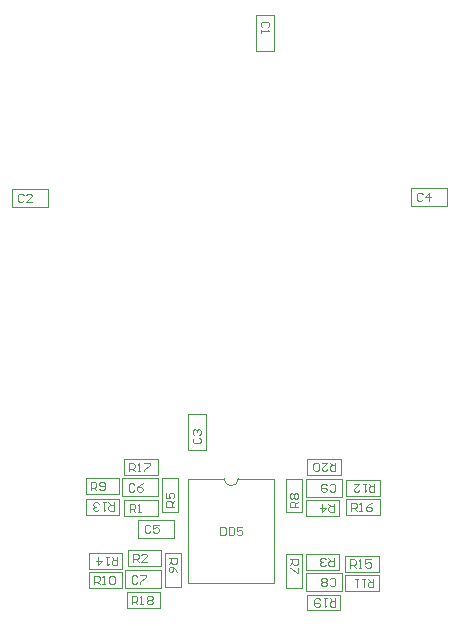
<source format=gbr>
%TF.GenerationSoftware,Altium Limited,Altium Designer,21.6.4 (81)*%
G04 Layer_Color=32768*
%FSLAX43Y43*%
%MOMM*%
%TF.SameCoordinates,7E1728C7-8053-4159-852C-9F5DCDCDAABE*%
%TF.FilePolarity,Positive*%
%TF.FileFunction,Other,Top_Assembly*%
%TF.Part,Single*%
G01*
G75*
%TA.AperFunction,NonConductor*%
%ADD31C,0.100*%
D31*
X-470Y-20740D02*
G03*
X730Y-20740I600J0D01*
G01*
X-8950Y-20455D02*
X-6100D01*
X-8950Y-19105D02*
X-6100D01*
Y-20455D02*
Y-19105D01*
X-8950Y-20455D02*
Y-19105D01*
X-8735Y-31705D02*
X-5885D01*
X-8735Y-30355D02*
X-5885D01*
Y-31705D02*
Y-30355D01*
X-8735Y-31705D02*
Y-30355D01*
X6525Y-30555D02*
X9375D01*
X6525Y-31905D02*
X9375D01*
X6525D02*
Y-30555D01*
X9375Y-31905D02*
Y-30555D01*
X6555Y-19055D02*
X9405D01*
X6555Y-20405D02*
X9405D01*
X6555D02*
Y-19055D01*
X9405Y-20405D02*
Y-19055D01*
X-12200Y-22060D02*
X-9350D01*
X-12200Y-20710D02*
X-9350D01*
Y-22060D02*
Y-20710D01*
X-12200Y-22060D02*
Y-20710D01*
X-9084Y-22252D02*
X-6036D01*
X-9084Y-20728D02*
X-6036D01*
Y-22252D02*
Y-20728D01*
X-9084Y-22252D02*
Y-20728D01*
X-4365Y-23560D02*
Y-20710D01*
X-5715Y-23560D02*
Y-20710D01*
X-4365D01*
X-5715Y-23560D02*
X-4365D01*
X-8625Y-28120D02*
X-5775D01*
X-8625Y-26770D02*
X-5775D01*
Y-28120D02*
Y-26770D01*
X-8625Y-28120D02*
Y-26770D01*
X-11935Y-27030D02*
X-9085D01*
X-11935Y-28380D02*
X-9085D01*
X-11935D02*
Y-27030D01*
X-9085Y-28380D02*
Y-27030D01*
X-11935Y-30015D02*
X-9085D01*
X-11935Y-28665D02*
X-9085D01*
Y-30015D02*
Y-28665D01*
X-11935Y-30015D02*
Y-28665D01*
X-8834Y-30042D02*
X-5786D01*
X-8834Y-28518D02*
X-5786D01*
Y-30042D02*
Y-28518D01*
X-8834Y-30042D02*
Y-28518D01*
X-5500Y-29895D02*
Y-27045D01*
X-4150Y-29895D02*
Y-27045D01*
X-5500Y-29895D02*
X-4150D01*
X-5500Y-27045D02*
X-4150D01*
X-12200Y-22435D02*
X-9350D01*
X-12200Y-23785D02*
X-9350D01*
X-12200D02*
Y-22435D01*
X-9350Y-23785D02*
Y-22435D01*
X-8910Y-23910D02*
X-6060D01*
X-8910Y-22560D02*
X-6060D01*
Y-23910D02*
Y-22560D01*
X-8910Y-23910D02*
Y-22560D01*
X-7734Y-25742D02*
X-4686D01*
X-7734Y-24218D02*
X-4686D01*
Y-25742D02*
Y-24218D01*
X-7734Y-25742D02*
Y-24218D01*
X9755Y-28605D02*
X12605D01*
X9755Y-27255D02*
X12605D01*
Y-28605D02*
Y-27255D01*
X9755Y-28605D02*
Y-27255D01*
X9755Y-28910D02*
X12605D01*
X9755Y-30260D02*
X12605D01*
X9755D02*
Y-28910D01*
X12605Y-30260D02*
Y-28910D01*
X6430Y-27120D02*
X9280D01*
X6430Y-28470D02*
X9280D01*
X6430D02*
Y-27120D01*
X9280Y-28470D02*
Y-27120D01*
X4755Y-29970D02*
Y-27120D01*
X6105Y-29970D02*
Y-27120D01*
X4755Y-29970D02*
X6105D01*
X4755Y-27120D02*
X6105D01*
X6426Y-28738D02*
X9474D01*
X6426Y-30262D02*
X9474D01*
X6426D02*
Y-28738D01*
X9474Y-30262D02*
Y-28738D01*
X9835Y-23820D02*
X12685D01*
X9835Y-22470D02*
X12685D01*
Y-23820D02*
Y-22470D01*
X9835Y-23820D02*
Y-22470D01*
X6105Y-23595D02*
Y-20745D01*
X4755Y-23595D02*
Y-20745D01*
X6105D01*
X4755Y-23595D02*
X6105D01*
X9835Y-20835D02*
X12685D01*
X9835Y-22185D02*
X12685D01*
X9835D02*
Y-20835D01*
X12685Y-22185D02*
Y-20835D01*
X6426Y-20748D02*
X9474D01*
X6426Y-22272D02*
X9474D01*
X6426D02*
Y-20748D01*
X9474Y-22272D02*
Y-20748D01*
X6430Y-22525D02*
X9280D01*
X6430Y-23875D02*
X9280D01*
X6430D02*
Y-22525D01*
X9280Y-23875D02*
Y-22525D01*
X-3520Y-20740D02*
X-470D01*
X730D02*
X3780D01*
X-3520Y-29590D02*
X-1645D01*
X-3520D02*
Y-20740D01*
X3780Y-29590D02*
Y-20740D01*
X-1645Y-29590D02*
X3730D01*
X-18474Y2288D02*
X-15426D01*
X-18474Y3812D02*
X-15426D01*
Y2288D02*
Y3812D01*
X-18474Y2288D02*
Y3812D01*
X-2036Y-18292D02*
Y-15244D01*
X-3560Y-18292D02*
Y-15244D01*
X-2036D01*
X-3560Y-18292D02*
X-2036D01*
X2238Y15446D02*
Y18494D01*
X3762Y15446D02*
Y18494D01*
X2238Y15446D02*
X3762D01*
X2238Y18494D02*
X3762D01*
X15316Y2368D02*
X18364D01*
X15316Y3892D02*
X18364D01*
Y2368D02*
Y3892D01*
X15316Y2368D02*
Y3892D01*
X-8500Y-20130D02*
Y-19430D01*
X-8150D01*
X-8033Y-19547D01*
Y-19780D01*
X-8150Y-19897D01*
X-8500D01*
X-8267D02*
X-8033Y-20130D01*
X-7800D02*
X-7567D01*
X-7684D01*
Y-19430D01*
X-7800Y-19547D01*
X-7217Y-19430D02*
X-6751D01*
Y-19547D01*
X-7217Y-20013D01*
Y-20130D01*
X-8285Y-31380D02*
Y-30680D01*
X-7935D01*
X-7818Y-30797D01*
Y-31030D01*
X-7935Y-31147D01*
X-8285D01*
X-8052D02*
X-7818Y-31380D01*
X-7585D02*
X-7352D01*
X-7469D01*
Y-30680D01*
X-7585Y-30797D01*
X-7002D02*
X-6885Y-30680D01*
X-6652D01*
X-6536Y-30797D01*
Y-30913D01*
X-6652Y-31030D01*
X-6536Y-31147D01*
Y-31263D01*
X-6652Y-31380D01*
X-6885D01*
X-7002Y-31263D01*
Y-31147D01*
X-6885Y-31030D01*
X-7002Y-30913D01*
Y-30797D01*
X-6885Y-31030D02*
X-6652D01*
X8925Y-30880D02*
Y-31580D01*
X8575D01*
X8458Y-31463D01*
Y-31230D01*
X8575Y-31113D01*
X8925D01*
X8692D02*
X8458Y-30880D01*
X8225D02*
X7992D01*
X8109D01*
Y-31580D01*
X8225Y-31463D01*
X7642Y-30997D02*
X7525Y-30880D01*
X7292D01*
X7176Y-30997D01*
Y-31463D01*
X7292Y-31580D01*
X7525D01*
X7642Y-31463D01*
Y-31346D01*
X7525Y-31230D01*
X7176D01*
X8955Y-19380D02*
Y-20080D01*
X8605D01*
X8488Y-19963D01*
Y-19730D01*
X8605Y-19613D01*
X8955D01*
X8722D02*
X8488Y-19380D01*
X7789D02*
X8255D01*
X7789Y-19847D01*
Y-19963D01*
X7905Y-20080D01*
X8139D01*
X8255Y-19963D01*
X7555D02*
X7439Y-20080D01*
X7206D01*
X7089Y-19963D01*
Y-19497D01*
X7206Y-19380D01*
X7439D01*
X7555Y-19497D01*
Y-19963D01*
X-11750Y-21735D02*
Y-21035D01*
X-11400D01*
X-11283Y-21152D01*
Y-21385D01*
X-11400Y-21502D01*
X-11750D01*
X-11517D02*
X-11283Y-21735D01*
X-11050Y-21618D02*
X-10934Y-21735D01*
X-10700D01*
X-10584Y-21618D01*
Y-21152D01*
X-10700Y-21035D01*
X-10934D01*
X-11050Y-21152D01*
Y-21268D01*
X-10934Y-21385D01*
X-10584D01*
X-8068Y-21257D02*
X-8185Y-21140D01*
X-8418D01*
X-8535Y-21257D01*
Y-21723D01*
X-8418Y-21840D01*
X-8185D01*
X-8068Y-21723D01*
X-7369Y-21140D02*
X-7602Y-21257D01*
X-7835Y-21490D01*
Y-21723D01*
X-7718Y-21840D01*
X-7485D01*
X-7369Y-21723D01*
Y-21607D01*
X-7485Y-21490D01*
X-7835D01*
X-4690Y-23110D02*
X-5390D01*
Y-22760D01*
X-5273Y-22644D01*
X-5040D01*
X-4923Y-22760D01*
Y-23110D01*
Y-22877D02*
X-4690Y-22644D01*
X-5390Y-21944D02*
Y-22410D01*
X-5040D01*
X-5157Y-22177D01*
Y-22060D01*
X-5040Y-21944D01*
X-4807D01*
X-4690Y-22060D01*
Y-22294D01*
X-4807Y-22410D01*
X-8175Y-27795D02*
Y-27095D01*
X-7825D01*
X-7708Y-27212D01*
Y-27445D01*
X-7825Y-27562D01*
X-8175D01*
X-7942D02*
X-7708Y-27795D01*
X-7009D02*
X-7475D01*
X-7009Y-27328D01*
Y-27212D01*
X-7125Y-27095D01*
X-7359D01*
X-7475Y-27212D01*
X-9535Y-27355D02*
Y-28055D01*
X-9885D01*
X-10001Y-27938D01*
Y-27705D01*
X-9885Y-27588D01*
X-9535D01*
X-9768D02*
X-10001Y-27355D01*
X-10235D02*
X-10468D01*
X-10351D01*
Y-28055D01*
X-10235Y-27938D01*
X-11168Y-27355D02*
Y-28055D01*
X-10818Y-27705D01*
X-11284D01*
X-11485Y-29690D02*
Y-28990D01*
X-11135D01*
X-11018Y-29107D01*
Y-29340D01*
X-11135Y-29457D01*
X-11485D01*
X-11252D02*
X-11018Y-29690D01*
X-10785D02*
X-10552D01*
X-10668D01*
Y-28990D01*
X-10785Y-29107D01*
X-10202D02*
X-10085Y-28990D01*
X-9852D01*
X-9735Y-29107D01*
Y-29573D01*
X-9852Y-29690D01*
X-10085D01*
X-10202Y-29573D01*
Y-29107D01*
X-7818Y-29047D02*
X-7935Y-28930D01*
X-8168D01*
X-8285Y-29047D01*
Y-29513D01*
X-8168Y-29630D01*
X-7935D01*
X-7818Y-29513D01*
X-7585Y-28930D02*
X-7119D01*
Y-29047D01*
X-7585Y-29513D01*
Y-29630D01*
X-5175Y-27495D02*
X-4475D01*
Y-27845D01*
X-4592Y-27962D01*
X-4825D01*
X-4942Y-27845D01*
Y-27495D01*
Y-27728D02*
X-5175Y-27962D01*
X-4475Y-28661D02*
X-4592Y-28428D01*
X-4825Y-28195D01*
X-5058D01*
X-5175Y-28311D01*
Y-28545D01*
X-5058Y-28661D01*
X-4942D01*
X-4825Y-28545D01*
Y-28195D01*
X-9800Y-22760D02*
Y-23460D01*
X-10150D01*
X-10267Y-23343D01*
Y-23110D01*
X-10150Y-22993D01*
X-9800D01*
X-10033D02*
X-10267Y-22760D01*
X-10500D02*
X-10733D01*
X-10616D01*
Y-23460D01*
X-10500Y-23343D01*
X-11083D02*
X-11200Y-23460D01*
X-11433D01*
X-11549Y-23343D01*
Y-23227D01*
X-11433Y-23110D01*
X-11316D01*
X-11433D01*
X-11549Y-22993D01*
Y-22877D01*
X-11433Y-22760D01*
X-11200D01*
X-11083Y-22877D01*
X-8460Y-23585D02*
Y-22885D01*
X-8110D01*
X-7993Y-23002D01*
Y-23235D01*
X-8110Y-23352D01*
X-8460D01*
X-8227D02*
X-7993Y-23585D01*
X-7760D02*
X-7527D01*
X-7644D01*
Y-22885D01*
X-7760Y-23002D01*
X-6718Y-24747D02*
X-6835Y-24630D01*
X-7068D01*
X-7185Y-24747D01*
Y-25213D01*
X-7068Y-25330D01*
X-6835D01*
X-6718Y-25213D01*
X-6019Y-24630D02*
X-6485D01*
Y-24980D01*
X-6252Y-24863D01*
X-6135D01*
X-6019Y-24980D01*
Y-25213D01*
X-6135Y-25330D01*
X-6369D01*
X-6485Y-25213D01*
X10205Y-28280D02*
Y-27580D01*
X10555D01*
X10672Y-27697D01*
Y-27930D01*
X10555Y-28047D01*
X10205D01*
X10438D02*
X10672Y-28280D01*
X10905D02*
X11138D01*
X11021D01*
Y-27580D01*
X10905Y-27697D01*
X11954Y-27580D02*
X11488D01*
Y-27930D01*
X11721Y-27813D01*
X11838D01*
X11954Y-27930D01*
Y-28163D01*
X11838Y-28280D01*
X11605D01*
X11488Y-28163D01*
X12155Y-29235D02*
Y-29935D01*
X11805D01*
X11688Y-29818D01*
Y-29585D01*
X11805Y-29468D01*
X12155D01*
X11922D02*
X11688Y-29235D01*
X11455D02*
X11222D01*
X11339D01*
Y-29935D01*
X11455Y-29818D01*
X10872Y-29235D02*
X10639D01*
X10755D01*
Y-29935D01*
X10872Y-29818D01*
X8830Y-27445D02*
Y-28145D01*
X8480D01*
X8363Y-28028D01*
Y-27795D01*
X8480Y-27678D01*
X8830D01*
X8597D02*
X8363Y-27445D01*
X8130Y-28028D02*
X8014Y-28145D01*
X7780D01*
X7664Y-28028D01*
Y-27912D01*
X7780Y-27795D01*
X7897D01*
X7780D01*
X7664Y-27678D01*
Y-27562D01*
X7780Y-27445D01*
X8014D01*
X8130Y-27562D01*
X5080Y-27570D02*
X5780D01*
Y-27920D01*
X5663Y-28037D01*
X5430D01*
X5313Y-27920D01*
Y-27570D01*
Y-27803D02*
X5080Y-28037D01*
X5780Y-28270D02*
Y-28736D01*
X5663D01*
X5197Y-28270D01*
X5080D01*
X8458Y-29733D02*
X8575Y-29850D01*
X8808D01*
X8925Y-29733D01*
Y-29267D01*
X8808Y-29150D01*
X8575D01*
X8458Y-29267D01*
X8225Y-29733D02*
X8109Y-29850D01*
X7875D01*
X7759Y-29733D01*
Y-29617D01*
X7875Y-29500D01*
X7759Y-29383D01*
Y-29267D01*
X7875Y-29150D01*
X8109D01*
X8225Y-29267D01*
Y-29383D01*
X8109Y-29500D01*
X8225Y-29617D01*
Y-29733D01*
X8109Y-29500D02*
X7875D01*
X10285Y-23495D02*
Y-22795D01*
X10635D01*
X10752Y-22912D01*
Y-23145D01*
X10635Y-23262D01*
X10285D01*
X10518D02*
X10752Y-23495D01*
X10985D02*
X11218D01*
X11101D01*
Y-22795D01*
X10985Y-22912D01*
X12034Y-22795D02*
X11801Y-22912D01*
X11568Y-23145D01*
Y-23378D01*
X11685Y-23495D01*
X11918D01*
X12034Y-23378D01*
Y-23262D01*
X11918Y-23145D01*
X11568D01*
X5780Y-23145D02*
X5080D01*
Y-22795D01*
X5197Y-22678D01*
X5430D01*
X5547Y-22795D01*
Y-23145D01*
Y-22912D02*
X5780Y-22678D01*
X5197Y-22445D02*
X5080Y-22329D01*
Y-22095D01*
X5197Y-21979D01*
X5313D01*
X5430Y-22095D01*
X5547Y-21979D01*
X5663D01*
X5780Y-22095D01*
Y-22329D01*
X5663Y-22445D01*
X5547D01*
X5430Y-22329D01*
X5313Y-22445D01*
X5197D01*
X5430Y-22329D02*
Y-22095D01*
X12235Y-21160D02*
Y-21860D01*
X11885D01*
X11768Y-21743D01*
Y-21510D01*
X11885Y-21393D01*
X12235D01*
X12002D02*
X11768Y-21160D01*
X11535D02*
X11302D01*
X11419D01*
Y-21860D01*
X11535Y-21743D01*
X10486Y-21160D02*
X10952D01*
X10486Y-21627D01*
Y-21743D01*
X10602Y-21860D01*
X10835D01*
X10952Y-21743D01*
X8458D02*
X8575Y-21860D01*
X8808D01*
X8925Y-21743D01*
Y-21277D01*
X8808Y-21160D01*
X8575D01*
X8458Y-21277D01*
X8225D02*
X8109Y-21160D01*
X7875D01*
X7759Y-21277D01*
Y-21743D01*
X7875Y-21860D01*
X8109D01*
X8225Y-21743D01*
Y-21627D01*
X8109Y-21510D01*
X7759D01*
X8830Y-22850D02*
Y-23550D01*
X8480D01*
X8363Y-23433D01*
Y-23200D01*
X8480Y-23083D01*
X8830D01*
X8597D02*
X8363Y-22850D01*
X7780D02*
Y-23550D01*
X8130Y-23200D01*
X7664D01*
X-795Y-24840D02*
Y-25540D01*
X-445D01*
X-328Y-25423D01*
Y-24957D01*
X-445Y-24840D01*
X-795D01*
X-95D02*
Y-25540D01*
X255D01*
X371Y-25423D01*
Y-24957D01*
X255Y-24840D01*
X-95D01*
X1071D02*
X605D01*
Y-25190D01*
X838Y-25073D01*
X954D01*
X1071Y-25190D01*
Y-25423D01*
X954Y-25540D01*
X721D01*
X605Y-25423D01*
X-17458Y3283D02*
X-17575Y3400D01*
X-17808D01*
X-17925Y3283D01*
Y2817D01*
X-17808Y2700D01*
X-17575D01*
X-17458Y2817D01*
X-16759Y2700D02*
X-17225D01*
X-16759Y3167D01*
Y3283D01*
X-16875Y3400D01*
X-17109D01*
X-17225Y3283D01*
X-3031Y-17277D02*
X-3148Y-17393D01*
Y-17627D01*
X-3031Y-17743D01*
X-2565D01*
X-2448Y-17627D01*
Y-17393D01*
X-2565Y-17277D01*
X-3031Y-17043D02*
X-3148Y-16927D01*
Y-16693D01*
X-3031Y-16577D01*
X-2915D01*
X-2798Y-16693D01*
Y-16810D01*
Y-16693D01*
X-2681Y-16577D01*
X-2565D01*
X-2448Y-16693D01*
Y-16927D01*
X-2565Y-17043D01*
X3233Y17478D02*
X3350Y17595D01*
Y17828D01*
X3233Y17945D01*
X2767D01*
X2650Y17828D01*
Y17595D01*
X2767Y17478D01*
X2650Y17245D02*
Y17012D01*
Y17129D01*
X3350D01*
X3233Y17245D01*
X16332Y3363D02*
X16215Y3480D01*
X15982D01*
X15865Y3363D01*
Y2897D01*
X15982Y2780D01*
X16215D01*
X16332Y2897D01*
X16915Y2780D02*
Y3480D01*
X16565Y3130D01*
X17031D01*
%TF.MD5,2b52ccf6b2c5d147e27409dd7460b689*%
M02*

</source>
